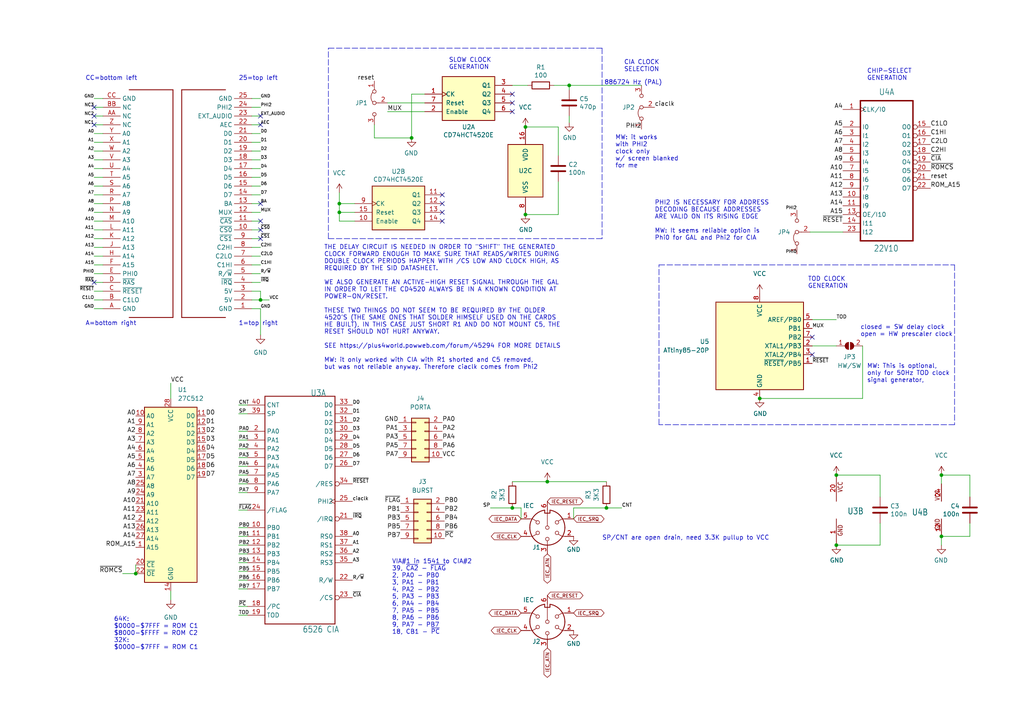
<source format=kicad_sch>
(kicad_sch (version 20211123) (generator eeschema)
  (paper "A4")
  (title_block (title "BurstCart+4") (date "2025-05-07") (rev "1.1") (company "YTM Enterprises") (comment 1 "Maciej Witkowiak <ytm@elysium.pl>"))
  (lib_symbols
    (symbol "4xxx:4520" (pin_names (offset 1.016))
      (property "Reference" "U" (at -7.62 8.89 0))
      (property "Value" "4520" (at -7.62 -8.89 0))
      (symbol "4520_1_0"
        (pin input clock (at -12.7 0 0) (length 5.08) (name "CK") (number "1"))
        (pin input line (at -12.7 -5.08 0) (length 5.08) (name "Enable") (number "2"))
        (pin output line (at 12.7 2.54 180) (length 5.08) (name "Q1") (number "3"))
        (pin output line (at 12.7 0 180) (length 5.08) (name "Q2") (number "4"))
        (pin output line (at 12.7 -2.54 180) (length 5.08) (name "Q3") (number "5"))
        (pin output line (at 12.7 -5.08 180) (length 5.08) (name "Q4") (number "6"))
        (pin input line (at -12.7 -2.54 0) (length 5.08) (name "Reset") (number "7"))
      )
      (symbol "4520_2_0"
        (pin input line (at -12.7 -5.08 0) (length 5.08) (name "Enable") (number "10"))
        (pin output line (at 12.7 2.54 180) (length 5.08) (name "Q1") (number "11"))
        (pin output line (at 12.7 0 180) (length 5.08) (name "Q2") (number "12"))
        (pin output line (at 12.7 -2.54 180) (length 5.08) (name "Q3") (number "13"))
        (pin output line (at 12.7 -5.08 180) (length 5.08) (name "Q4") (number "14"))
        (pin input line (at -12.7 -2.54 0) (length 5.08) (name "Reset") (number "15"))
        (pin input clock (at -12.7 0 0) (length 5.08) (name "CK") (number "9"))
      )
      (symbol "4520_3_0"
        (pin power_in line (at 0 12.7 270) (length 5.08) (name "VDD") (number "16"))
        (pin power_in line (at 0 -12.7 90) (length 5.08) (name "VSS") (number "8"))
      )
    )
    (symbol "Connector:DIN-6" (pin_names (offset 1.016))
      (property "Reference" "J" (at 3.175 5.715 0))
      (property "Value" "DIN-6" (at 4.445 -4.445 0))
      (symbol "DIN-6_1_1"
        (pin passive line (at -7.62 -2.54 0) (length 2.54) (name "~") (number "1"))
        (pin passive line (at -7.62 2.54 0) (length 2.54) (name "~") (number "2"))
        (pin passive line (at 0 7.62 270) (length 2.54) (name "~") (number "3"))
        (pin passive line (at 7.62 2.54 180) (length 2.54) (name "~") (number "4"))
        (pin passive line (at 7.62 -2.54 180) (length 2.54) (name "~") (number "5"))
        (pin passive line (at 0 -7.62 90) (length 2.54) (name "~") (number "6"))
      )
    )
    (symbol "Connector_Generic:Conn_02x05_Odd_Even" (pin_names (offset 1.016) hide)
      (property "Reference" "J" (at 1.27 7.62 0))
      (property "Value" "Conn_02x05_Odd_Even" (at 1.27 -7.62 0))
      (symbol "Conn_02x05_Odd_Even_1_1"
        (pin passive line (at -5.08 5.08 0) (length 3.81) (name "Pin_1") (number "1"))
        (pin passive line (at 7.62 -5.08 180) (length 3.81) (name "Pin_10") (number "10"))
        (pin passive line (at 7.62 5.08 180) (length 3.81) (name "Pin_2") (number "2"))
        (pin passive line (at -5.08 2.54 0) (length 3.81) (name "Pin_3") (number "3"))
        (pin passive line (at 7.62 2.54 180) (length 3.81) (name "Pin_4") (number "4"))
        (pin passive line (at -5.08 0 0) (length 3.81) (name "Pin_5") (number "5"))
        (pin passive line (at 7.62 0 180) (length 3.81) (name "Pin_6") (number "6"))
        (pin passive line (at -5.08 -2.54 0) (length 3.81) (name "Pin_7") (number "7"))
        (pin passive line (at 7.62 -2.54 180) (length 3.81) (name "Pin_8") (number "8"))
        (pin passive line (at -5.08 -5.08 0) (length 3.81) (name "Pin_9") (number "9"))
      )
    )
    (symbol "Device:C" (pin_numbers hide) (pin_names (offset 0.254))
      (property "Reference" "C" (at 0.635 2.54 0))
      (property "Value" "C" (at 0.635 -2.54 0))
      (symbol "C_1_1"
        (pin passive line (at 0 3.81 270) (length 2.794) (name "~") (number "1"))
        (pin passive line (at 0 -3.81 90) (length 2.794) (name "~") (number "2"))
      )
    )
    (symbol "Device:R" (pin_numbers hide) (pin_names (offset 0))
      (property "Reference" "R" (at 2.032 0 90))
      (property "Value" "R" (at 0 0 90))
      (symbol "R_1_1"
        (pin passive line (at 0 3.81 270) (length 1.27) (name "~") (number "1"))
        (pin passive line (at 0 -3.81 90) (length 1.27) (name "~") (number "2"))
      )
    )
    (symbol "Jumper:Jumper_3_Bridged12" (pin_names (offset 0) hide)
      (property "Reference" "JP" (at -2.54 -2.54 0))
      (property "Value" "Jumper_3_Bridged12" (at 0 2.794 0))
      (symbol "Jumper_3_Bridged12_1_1"
        (pin passive line (at -6.35 0 0) (length 2.54) (name "A") (number "1"))
        (pin passive line (at 0 -3.81 90) (length 2.54) (name "C") (number "2"))
        (pin passive line (at 6.35 0 180) (length 2.54) (name "B") (number "3"))
      )
    )
    (symbol "Jumper:SolderJumper_2_Open" (pin_names (offset 0) hide)
      (property "Reference" "JP" (at 0 2.032 0))
      (property "Value" "SolderJumper_2_Open" (at 0 -2.54 0))
      (symbol "SolderJumper_2_Open_1_1"
        (pin passive line (at -3.81 0 0) (length 2.54) (name "A") (number "1"))
        (pin passive line (at 3.81 0 180) (length 2.54) (name "B") (number "2"))
      )
    )
    (symbol "MCU_Microchip_ATtiny:ATtiny85-20P"
      (property "Reference" "U" (at -12.7 13.97 0))
      (property "Value" "ATtiny85-20P" (at 2.54 -13.97 0))
      (symbol "ATtiny85-20P_1_1"
        (pin bidirectional line (at 15.24 -5.08 180) (length 2.54) (name "~{RESET}/PB5") (number "1"))
        (pin bidirectional line (at 15.24 0 180) (length 2.54) (name "XTAL1/PB3") (number "2"))
        (pin bidirectional line (at 15.24 -2.54 180) (length 2.54) (name "XTAL2/PB4") (number "3"))
        (pin power_in line (at 0 -15.24 90) (length 2.54) (name "GND") (number "4"))
        (pin bidirectional line (at 15.24 7.62 180) (length 2.54) (name "AREF/PB0") (number "5"))
        (pin bidirectional line (at 15.24 5.08 180) (length 2.54) (name "PB1") (number "6"))
        (pin bidirectional line (at 15.24 2.54 180) (length 2.54) (name "PB2") (number "7"))
        (pin power_in line (at 0 15.24 270) (length 2.54) (name "VCC") (number "8"))
      )
    )
    (symbol "Memory_EPROM:27C512"
      (property "Reference" "U" (at -7.62 26.67 0))
      (property "Value" "27C512" (at 2.54 -26.67 0))
      (symbol "27C512_1_1"
        (pin input line (at -10.16 -15.24 0) (length 2.54) (name "A15") (number "1"))
        (pin input line (at -10.16 22.86 0) (length 2.54) (name "A0") (number "10"))
        (pin tri_state line (at 10.16 22.86 180) (length 2.54) (name "D0") (number "11"))
        (pin tri_state line (at 10.16 20.32 180) (length 2.54) (name "D1") (number "12"))
        (pin tri_state line (at 10.16 17.78 180) (length 2.54) (name "D2") (number "13"))
        (pin power_in line (at 0 -27.94 90) (length 2.54) (name "GND") (number "14"))
        (pin tri_state line (at 10.16 15.24 180) (length 2.54) (name "D3") (number "15"))
        (pin tri_state line (at 10.16 12.7 180) (length 2.54) (name "D4") (number "16"))
        (pin tri_state line (at 10.16 10.16 180) (length 2.54) (name "D5") (number "17"))
        (pin tri_state line (at 10.16 7.62 180) (length 2.54) (name "D6") (number "18"))
        (pin tri_state line (at 10.16 5.08 180) (length 2.54) (name "D7") (number "19"))
        (pin input line (at -10.16 -7.62 0) (length 2.54) (name "A12") (number "2"))
        (pin input line (at -10.16 -20.32 0) (length 2.54) (name "~{CE}") (number "20"))
        (pin input line (at -10.16 -2.54 0) (length 2.54) (name "A10") (number "21"))
        (pin input line (at -10.16 -22.86 0) (length 2.54) (name "~{OE}") (number "22"))
        (pin input line (at -10.16 -5.08 0) (length 2.54) (name "A11") (number "23"))
        (pin input line (at -10.16 0 0) (length 2.54) (name "A9") (number "24"))
        (pin input line (at -10.16 2.54 0) (length 2.54) (name "A8") (number "25"))
        (pin input line (at -10.16 -10.16 0) (length 2.54) (name "A13") (number "26"))
        (pin input line (at -10.16 -12.7 0) (length 2.54) (name "A14") (number "27"))
        (pin power_in line (at 0 27.94 270) (length 2.54) (name "VCC") (number "28"))
        (pin input line (at -10.16 5.08 0) (length 2.54) (name "A7") (number "3"))
        (pin input line (at -10.16 7.62 0) (length 2.54) (name "A6") (number "4"))
        (pin input line (at -10.16 10.16 0) (length 2.54) (name "A5") (number "5"))
        (pin input line (at -10.16 12.7 0) (length 2.54) (name "A4") (number "6"))
        (pin input line (at -10.16 15.24 0) (length 2.54) (name "A3") (number "7"))
        (pin input line (at -10.16 17.78 0) (length 2.54) (name "A2") (number "8"))
        (pin input line (at -10.16 20.32 0) (length 2.54) (name "A1") (number "9"))
      )
    )
    (symbol "burstcart:20V8"
      (property "Reference" "IC" (at -0.635 -0.635 0))
      (symbol "20V8_1_0"
        (pin input clock (at -12.7 17.78 0) (length 5.08) (name "CLK/I0") (number "1"))
        (pin input line (at -12.7 -7.62 0) (length 5.08) (name "I8") (number "10"))
        (pin input line (at -12.7 -10.16 0) (length 5.08) (name "I9") (number "11"))
        (pin input inverted (at -12.7 -12.7 0) (length 5.08) (name "OE/I10") (number "13"))
        (pin input line (at -12.7 -15.24 0) (length 5.08) (name "I11") (number "14"))
        (pin bidirectional inverted (at 12.7 12.7 180) (length 5.08) (name "O0") (number "15"))
        (pin bidirectional inverted (at 12.7 10.16 180) (length 5.08) (name "O1") (number "16"))
        (pin bidirectional inverted (at 12.7 7.62 180) (length 5.08) (name "O2") (number "17"))
        (pin bidirectional inverted (at 12.7 5.08 180) (length 5.08) (name "O3") (number "18"))
        (pin bidirectional inverted (at 12.7 2.54 180) (length 5.08) (name "O4") (number "19"))
        (pin input line (at -12.7 12.7 0) (length 5.08) (name "I0") (number "2"))
        (pin bidirectional inverted (at 12.7 0 180) (length 5.08) (name "O5") (number "20"))
        (pin bidirectional inverted (at 12.7 -2.54 180) (length 5.08) (name "O6") (number "21"))
        (pin bidirectional inverted (at 12.7 -5.08 180) (length 5.08) (name "O7") (number "22"))
        (pin input line (at -12.7 -17.78 0) (length 5.08) (name "I12") (number "23"))
        (pin input line (at -12.7 10.16 0) (length 5.08) (name "I1") (number "3"))
        (pin input line (at -12.7 7.62 0) (length 5.08) (name "I2") (number "4"))
        (pin input line (at -12.7 5.08 0) (length 5.08) (name "I3") (number "5"))
        (pin input line (at -12.7 2.54 0) (length 5.08) (name "I4") (number "6"))
        (pin input line (at -12.7 0 0) (length 5.08) (name "I5") (number "7"))
        (pin input line (at -12.7 -2.54 0) (length 5.08) (name "I6") (number "8"))
        (pin input line (at -12.7 -5.08 0) (length 5.08) (name "I7") (number "9"))
      )
      (symbol "20V8_2_0"
        (text "GND" (at 1.905 -5.842 900) (effects (font (size 1.27 1.0795)) (justify left bottom)))
        (text "VCC" (at 1.905 2.667 900) (effects (font (size 1.27 1.0795)) (justify left bottom)))
        (pin power_in line (at 0 -7.62 90) (length 5.08) (name "GND") (number "12"))
        (pin power_in line (at 0 7.62 270) (length 5.08) (name "VCC") (number "24"))
      )
    )
    (symbol "burstcart:6526"
      (property "Reference" "IC" (at -0.635 -0.635 0))
      (symbol "6526_1_0"
        (pin bidirectional line (at 15.24 -5.08 180) (length 5.08) (name "PB0") (number "10"))
        (pin bidirectional line (at 15.24 -7.62 180) (length 5.08) (name "PB1") (number "11"))
        (pin bidirectional line (at 15.24 -10.16 180) (length 5.08) (name "PB2") (number "12"))
        (pin bidirectional line (at 15.24 -12.7 180) (length 5.08) (name "PB3") (number "13"))
        (pin bidirectional line (at 15.24 -15.24 180) (length 5.08) (name "PB4") (number "14"))
        (pin bidirectional line (at 15.24 -17.78 180) (length 5.08) (name "PB5") (number "15"))
        (pin bidirectional line (at 15.24 -20.32 180) (length 5.08) (name "PB6") (number "16"))
        (pin bidirectional line (at 15.24 -22.86 180) (length 5.08) (name "PB7") (number "17"))
        (pin bidirectional line (at 15.24 -27.94 180) (length 5.08) (name "/PC") (number "18"))
        (pin bidirectional line (at 15.24 -30.48 180) (length 5.08) (name "TOD") (number "19"))
        (pin bidirectional line (at 15.24 22.86 180) (length 5.08) (name "PA0") (number "2"))
        (pin open_collector inverted (at -15.24 -2.54 0) (length 5.08) (name "/IRQ") (number "21"))
        (pin input line (at -15.24 -20.32 0) (length 5.08) (name "R/W") (number "22"))
        (pin input inverted (at -15.24 -25.4 0) (length 5.08) (name "/CS") (number "23"))
        (pin input line (at 15.24 0 180) (length 5.08) (name "/FLAG") (number "24"))
        (pin input clock (at -15.24 2.54 0) (length 5.08) (name "PHI2") (number "25"))
        (pin bidirectional line (at -15.24 12.7 0) (length 5.08) (name "D7") (number "26"))
        (pin bidirectional line (at -15.24 15.24 0) (length 5.08) (name "D6") (number "27"))
        (pin bidirectional line (at -15.24 17.78 0) (length 5.08) (name "D5") (number "28"))
        (pin bidirectional line (at -15.24 20.32 0) (length 5.08) (name "D4") (number "29"))
        (pin bidirectional line (at 15.24 20.32 180) (length 5.08) (name "PA1") (number "3"))
        (pin bidirectional line (at -15.24 22.86 0) (length 5.08) (name "D3") (number "30"))
        (pin bidirectional line (at -15.24 25.4 0) (length 5.08) (name "D2") (number "31"))
        (pin bidirectional line (at -15.24 27.94 0) (length 5.08) (name "D1") (number "32"))
        (pin bidirectional line (at -15.24 30.48 0) (length 5.08) (name "D0") (number "33"))
        (pin input inverted (at -15.24 7.62 0) (length 5.08) (name "/RES") (number "34"))
        (pin input line (at -15.24 -15.24 0) (length 5.08) (name "RS3") (number "35"))
        (pin input line (at -15.24 -12.7 0) (length 5.08) (name "RS2") (number "36"))
        (pin input line (at -15.24 -10.16 0) (length 5.08) (name "RS1") (number "37"))
        (pin input line (at -15.24 -7.62 0) (length 5.08) (name "RS0") (number "38"))
        (pin bidirectional line (at 15.24 27.94 180) (length 5.08) (name "SP") (number "39"))
        (pin bidirectional line (at 15.24 17.78 180) (length 5.08) (name "PA2") (number "4"))
        (pin input line (at 15.24 30.48 180) (length 5.08) (name "CNT") (number "40"))
        (pin bidirectional line (at 15.24 15.24 180) (length 5.08) (name "PA3") (number "5"))
        (pin bidirectional line (at 15.24 12.7 180) (length 5.08) (name "PA4") (number "6"))
        (pin bidirectional line (at 15.24 10.16 180) (length 5.08) (name "PA5") (number "7"))
        (pin bidirectional line (at 15.24 7.62 180) (length 5.08) (name "PA6") (number "8"))
        (pin bidirectional line (at 15.24 5.08 180) (length 5.08) (name "PA7") (number "9"))
      )
      (symbol "6526_2_0"
        (text "GND" (at 1.905 -7.62 900) (effects (font (size 1.27 1.0795)) (justify left bottom)))
        (text "VCC" (at 1.905 5.08 900) (effects (font (size 1.27 1.0795)) (justify left bottom)))
        (pin power_in line (at 0 -10.16 90) (length 7.62) (name "GND") (number "1"))
        (pin power_in line (at 0 10.16 270) (length 7.62) (name "VCC") (number "20"))
      )
    )
    (symbol "burstcart:C16_CARTRIDGE"
      (symbol "C16_CARTRIDGE_1_0"
        (pin power_out line (at -7.62 -33.02 180) (length 5.08) (name "GND") (number "1"))
        (pin output line (at -7.62 -10.16 180) (length 5.08) (name "~{CS0}") (number "10"))
        (pin output line (at -7.62 -7.62 180) (length 5.08) (name "~{CAS}") (number "11"))
        (pin bidirectional line (at -7.62 -5.08 180) (length 5.08) (name "MUX") (number "12"))
        (pin bidirectional line (at -7.62 -2.54 180) (length 5.08) (name "BA") (number "13"))
        (pin bidirectional line (at -7.62 0 180) (length 5.08) (name "D7") (number "14"))
        (pin bidirectional line (at -7.62 2.54 180) (length 5.08) (name "D6") (number "15"))
        (pin bidirectional line (at -7.62 5.08 180) (length 5.08) (name "D5") (number "16"))
        (pin bidirectional line (at -7.62 7.62 180) (length 5.08) (name "D4") (number "17"))
        (pin bidirectional line (at -7.62 10.16 180) (length 5.08) (name "D3") (number "18"))
        (pin bidirectional line (at -7.62 12.7 180) (length 5.08) (name "D2") (number "19"))
        (pin power_out line (at -7.62 -30.48 180) (length 5.08) (name "5V") (number "2"))
        (pin bidirectional line (at -7.62 15.24 180) (length 5.08) (name "D1") (number "20"))
        (pin bidirectional line (at -7.62 17.78 180) (length 5.08) (name "D0") (number "21"))
        (pin bidirectional line (at -7.62 20.32 180) (length 5.08) (name "AEC") (number "22"))
        (pin input line (at -7.62 22.86 180) (length 5.08) (name "EXT_AUDIO") (number "23"))
        (pin output line (at -7.62 25.4 180) (length 5.08) (name "PHI2") (number "24"))
        (pin power_out line (at -7.62 27.94 180) (length 5.08) (name "GND") (number "25"))
        (pin power_out line (at -7.62 -27.94 180) (length 5.08) (name "5V") (number "3"))
        (pin input line (at -7.62 -25.4 180) (length 5.08) (name "~{IRQ}") (number "4"))
        (pin output line (at -7.62 -22.86 180) (length 5.08) (name "R/~{W}") (number "5"))
        (pin bidirectional line (at -7.62 -20.32 180) (length 5.08) (name "C1HI") (number "6"))
        (pin bidirectional line (at -7.62 -17.78 180) (length 5.08) (name "C2LO") (number "7"))
        (pin bidirectional line (at -7.62 -15.24 180) (length 5.08) (name "C2HI") (number "8"))
        (pin output line (at -7.62 -12.7 180) (length 5.08) (name "~{CS1}") (number "9"))
        (pin power_out line (at -50.8 -33.02 0) (length 5.08) (name "GND") (number "A"))
        (pin passive line (at -50.8 22.86 0) (length 5.08) (name "NC") (number "AA"))
        (pin bidirectional line (at -50.8 -30.48 0) (length 5.08) (name "C1LO") (number "B"))
        (pin passive line (at -50.8 25.4 0) (length 5.08) (name "NC") (number "BB"))
        (pin bidirectional line (at -50.8 -27.94 0) (length 5.08) (name "~{RESET}") (number "C"))
        (pin power_out line (at -50.8 27.94 0) (length 5.08) (name "GND") (number "CC"))
        (pin output line (at -50.8 -25.4 0) (length 5.08) (name "~{RAS}") (number "D"))
        (pin output line (at -50.8 -22.86 0) (length 5.08) (name "PHI0") (number "E"))
        (pin output line (at -50.8 -20.32 0) (length 5.08) (name "A15") (number "F"))
        (pin output line (at -50.8 -17.78 0) (length 5.08) (name "A14") (number "H"))
        (pin output line (at -50.8 -15.24 0) (length 5.08) (name "A13") (number "J"))
        (pin output line (at -50.8 -12.7 0) (length 5.08) (name "A12") (number "K"))
        (pin output line (at -50.8 -10.16 0) (length 5.08) (name "A11") (number "L"))
        (pin output line (at -50.8 -7.62 0) (length 5.08) (name "A10") (number "M"))
        (pin output line (at -50.8 -5.08 0) (length 5.08) (name "A9") (number "N"))
        (pin output line (at -50.8 -2.54 0) (length 5.08) (name "A8") (number "P"))
        (pin output line (at -50.8 0 0) (length 5.08) (name "A7") (number "R"))
        (pin output line (at -50.8 2.54 0) (length 5.08) (name "A6") (number "S"))
        (pin output line (at -50.8 5.08 0) (length 5.08) (name "A5") (number "T"))
        (pin output line (at -50.8 7.62 0) (length 5.08) (name "A4") (number "U"))
        (pin output line (at -50.8 10.16 0) (length 5.08) (name "A3") (number "V"))
        (pin output line (at -50.8 12.7 0) (length 5.08) (name "A2") (number "W"))
        (pin output line (at -50.8 15.24 0) (length 5.08) (name "A1") (number "X"))
        (pin output line (at -50.8 17.78 0) (length 5.08) (name "A0") (number "Y"))
        (pin passive line (at -50.8 20.32 0) (length 5.08) (name "NC") (number "Z"))
      )
    )
    (symbol "power:GND" (power) (pin_names (offset 0))
      (property "Value" "GND" (at 0 -3.81 0))
      (symbol "GND_1_1"
        (pin power_in line (at 0 0 270) (length 0) hide (name "GND") (number "1"))
      )
    )
    (symbol "power:VCC" (power) (pin_names (offset 0))
      (property "Value" "VCC" (at 0 3.81 0))
      (symbol "VCC_1_1"
        (pin power_in line (at 0 0 90) (length 0) hide (name "VCC") (number "1"))
      )
    )
  )
  (junction (at 273.05 155.575))
  (junction (at 152.4 36.83))
  (junction (at 98.425 61.595))
  (junction (at 39.37 166.37))
  (junction (at 175.895 147.32))
  (junction (at 242.57 137.795))
  (junction (at 119.38 40.005))
  (junction (at 148.59 147.32))
  (junction (at 75.565 86.995))
  (junction (at 273.05 137.795))
  (junction (at 98.425 59.055))
  (junction (at 158.75 139.7))
  (junction (at 220.345 115.57))
  (junction (at 242.57 158.115))
  (junction (at 165.1 24.765))
  (junction (at 152.4 62.23))
  (no_connect (at 148.59 32.385))
  (no_connect (at 128.27 59.055))
  (no_connect (at 148.59 27.305))
  (no_connect (at 27.305 33.655))
  (no_connect (at 235.585 97.79))
  (no_connect (at 75.565 64.135))
  (no_connect (at 128.27 56.515))
  (no_connect (at 75.565 36.195))
  (no_connect (at 75.565 66.675))
  (no_connect (at 27.305 31.115))
  (no_connect (at 128.27 64.135))
  (no_connect (at 148.59 29.845))
  (no_connect (at 27.305 81.915))
  (no_connect (at 75.565 33.655))
  (no_connect (at 235.585 102.87))
  (no_connect (at 75.565 59.055))
  (no_connect (at 27.305 36.195))
  (no_connect (at 128.27 61.595))
  (no_connect (at 75.565 69.215))
  (wire (pts (xy 73.025 66.675) (xy 75.565 66.675)))
  (wire (pts (xy 29.845 69.215) (xy 27.305 69.215)))
  (wire (pts (xy 29.845 51.435) (xy 27.305 51.435)))
  (wire (pts (xy 73.025 74.295) (xy 75.565 74.295)))
  (wire (pts (xy 71.755 160.655) (xy 69.215 160.655)))
  (wire (pts (xy 29.845 71.755) (xy 27.305 71.755)))
  (polyline (pts (xy 276.86 123.19) (xy 191.135 123.19)))
  (wire (pts (xy 73.025 53.975) (xy 75.565 53.975)))
  (wire (pts (xy 71.755 165.735) (xy 69.215 165.735)))
  (wire (pts (xy 71.755 158.115) (xy 69.215 158.115)))
  (wire (pts (xy 71.755 147.955) (xy 69.215 147.955)))
  (wire (pts (xy 29.845 59.055) (xy 27.305 59.055)))
  (wire (pts (xy 29.845 74.295) (xy 27.305 74.295)))
  (wire (pts (xy 166.37 147.32) (xy 166.37 150.495)))
  (wire (pts (xy 255.27 137.795) (xy 242.57 137.795)))
  (wire (pts (xy 165.1 26.035) (xy 165.1 24.765)))
  (wire (pts (xy 250.19 115.57) (xy 220.345 115.57)))
  (wire (pts (xy 29.845 38.735) (xy 27.305 38.735)))
  (wire (pts (xy 71.755 142.875) (xy 69.215 142.875)))
  (wire (pts (xy 73.025 31.115) (xy 75.565 31.115)))
  (wire (pts (xy 281.305 144.145) (xy 281.305 137.795)))
  (wire (pts (xy 29.845 89.535) (xy 27.305 89.535)))
  (wire (pts (xy 29.845 46.355) (xy 27.305 46.355)))
  (wire (pts (xy 165.1 33.655) (xy 165.1 35.56)))
  (wire (pts (xy 73.025 76.835) (xy 75.565 76.835)))
  (wire (pts (xy 235.585 92.71) (xy 242.57 92.71)))
  (wire (pts (xy 73.025 43.815) (xy 75.565 43.815)))
  (wire (pts (xy 255.27 158.115) (xy 242.57 158.115)))
  (wire (pts (xy 71.755 117.475) (xy 69.215 117.475)))
  (wire (pts (xy 281.305 155.575) (xy 273.05 155.575)))
  (wire (pts (xy 29.845 53.975) (xy 27.305 53.975)))
  (wire (pts (xy 27.305 33.655) (xy 29.845 33.655)))
  (wire (pts (xy 234.95 67.31) (xy 244.475 67.31)))
  (wire (pts (xy 152.4 62.23) (xy 161.925 62.23)))
  (wire (pts (xy 27.305 31.115) (xy 29.845 31.115)))
  (wire (pts (xy 29.845 84.455) (xy 27.305 84.455)))
  (wire (pts (xy 29.845 48.895) (xy 27.305 48.895)))
  (polyline (pts (xy 276.86 76.835) (xy 276.86 123.19)))
  (wire (pts (xy 71.755 170.815) (xy 69.215 170.815)))
  (wire (pts (xy 73.025 48.895) (xy 75.565 48.895)))
  (wire (pts (xy 49.53 171.45) (xy 49.53 173.99)))
  (wire (pts (xy 165.1 24.765) (xy 160.655 24.765)))
  (wire (pts (xy 166.37 147.32) (xy 175.895 147.32)))
  (wire (pts (xy 281.305 137.795) (xy 273.05 137.795)))
  (wire (pts (xy 73.025 56.515) (xy 75.565 56.515)))
  (wire (pts (xy 148.59 24.765) (xy 153.035 24.765)))
  (wire (pts (xy 29.845 28.575) (xy 27.305 28.575)))
  (wire (pts (xy 161.925 45.085) (xy 161.925 36.83)))
  (wire (pts (xy 235.585 100.33) (xy 242.57 100.33)))
  (wire (pts (xy 73.025 84.455) (xy 75.565 84.455)))
  (wire (pts (xy 71.755 155.575) (xy 69.215 155.575)))
  (wire (pts (xy 27.305 81.915) (xy 29.845 81.915)))
  (wire (pts (xy 148.59 139.7) (xy 158.75 139.7)))
  (wire (pts (xy 71.755 168.275) (xy 69.215 168.275)))
  (wire (pts (xy 71.755 125.095) (xy 69.215 125.095)))
  (wire (pts (xy 255.27 151.765) (xy 255.27 158.115)))
  (wire (pts (xy 165.1 24.765) (xy 186.055 24.765)))
  (wire (pts (xy 75.565 86.995) (xy 78.105 86.995)))
  (wire (pts (xy 102.87 64.135) (xy 98.425 64.135)))
  (polyline (pts (xy 191.135 123.19) (xy 191.135 76.835)))
  (wire (pts (xy 152.4 36.83) (xy 161.925 36.83)))
  (wire (pts (xy 29.845 61.595) (xy 27.305 61.595)))
  (wire (pts (xy 73.025 59.055) (xy 75.565 59.055)))
  (wire (pts (xy 73.025 79.375) (xy 75.565 79.375)))
  (wire (pts (xy 250.19 100.33) (xy 250.19 115.57)))
  (wire (pts (xy 98.425 61.595) (xy 98.425 64.135)))
  (wire (pts (xy 73.025 81.915) (xy 75.565 81.915)))
  (wire (pts (xy 39.37 163.83) (xy 39.37 166.37)))
  (polyline (pts (xy 95.25 69.215) (xy 95.25 13.97)))
  (wire (pts (xy 29.845 64.135) (xy 27.305 64.135)))
  (wire (pts (xy 142.24 147.32) (xy 148.59 147.32)))
  (wire (pts (xy 73.025 51.435) (xy 75.565 51.435)))
  (wire (pts (xy 71.755 132.715) (xy 69.215 132.715)))
  (wire (pts (xy 71.755 137.795) (xy 69.215 137.795)))
  (wire (pts (xy 102.87 59.055) (xy 98.425 59.055)))
  (wire (pts (xy 108.585 36.195) (xy 108.585 40.005)))
  (wire (pts (xy 71.755 130.175) (xy 69.215 130.175)))
  (wire (pts (xy 73.025 89.535) (xy 75.565 89.535)))
  (polyline (pts (xy 191.135 76.835) (xy 276.86 76.835)))
  (wire (pts (xy 123.19 32.385) (xy 112.395 32.385)))
  (wire (pts (xy 158.75 139.7) (xy 175.895 139.7)))
  (wire (pts (xy 71.755 140.335) (xy 69.215 140.335)))
  (wire (pts (xy 98.425 55.88) (xy 98.425 59.055)))
  (wire (pts (xy 27.305 36.195) (xy 29.845 36.195)))
  (wire (pts (xy 35.56 166.37) (xy 39.37 166.37)))
  (wire (pts (xy 71.755 163.195) (xy 69.215 163.195)))
  (wire (pts (xy 73.025 36.195) (xy 75.565 36.195)))
  (wire (pts (xy 29.845 41.275) (xy 27.305 41.275)))
  (polyline (pts (xy 174.625 13.97) (xy 174.625 69.215)))
  (wire (pts (xy 49.53 111.125) (xy 49.53 115.57)))
  (wire (pts (xy 151.13 147.32) (xy 151.13 150.495)))
  (wire (pts (xy 98.425 59.055) (xy 98.425 61.595)))
  (wire (pts (xy 69.215 178.435) (xy 71.755 178.435)))
  (wire (pts (xy 29.845 56.515) (xy 27.305 56.515)))
  (wire (pts (xy 73.025 69.215) (xy 75.565 69.215)))
  (wire (pts (xy 73.025 41.275) (xy 75.565 41.275)))
  (wire (pts (xy 73.025 38.735) (xy 75.565 38.735)))
  (wire (pts (xy 73.025 33.655) (xy 75.565 33.655)))
  (wire (pts (xy 112.395 29.845) (xy 123.19 29.845)))
  (wire (pts (xy 29.845 43.815) (xy 27.305 43.815)))
  (wire (pts (xy 73.025 71.755) (xy 75.565 71.755)))
  (wire (pts (xy 161.925 62.23) (xy 161.925 52.705)))
  (wire (pts (xy 73.025 61.595) (xy 75.565 61.595)))
  (wire (pts (xy 273.05 158.115) (xy 273.05 155.575)))
  (wire (pts (xy 73.025 86.995) (xy 75.565 86.995)))
  (wire (pts (xy 273.05 137.795) (xy 273.05 140.335)))
  (wire (pts (xy 27.305 86.995) (xy 29.845 86.995)))
  (wire (pts (xy 71.755 153.035) (xy 69.215 153.035)))
  (wire (pts (xy 27.305 79.375) (xy 29.845 79.375)))
  (wire (pts (xy 75.565 89.535) (xy 75.565 97.155)))
  (wire (pts (xy 75.565 84.455) (xy 75.565 86.995)))
  (wire (pts (xy 98.425 61.595) (xy 102.87 61.595)))
  (wire (pts (xy 73.025 46.355) (xy 75.565 46.355)))
  (wire (pts (xy 71.755 120.015) (xy 69.215 120.015)))
  (wire (pts (xy 29.845 66.675) (xy 27.305 66.675)))
  (wire (pts (xy 29.845 76.835) (xy 27.305 76.835)))
  (wire (pts (xy 71.755 135.255) (xy 69.215 135.255)))
  (wire (pts (xy 119.38 27.305) (xy 119.38 40.005)))
  (wire (pts (xy 73.025 64.135) (xy 75.565 64.135)))
  (polyline (pts (xy 174.625 69.215) (xy 95.25 69.215)))
  (wire (pts (xy 71.755 175.895) (xy 69.215 175.895)))
  (wire (pts (xy 73.025 28.575) (xy 75.565 28.575)))
  (wire (pts (xy 108.585 40.005) (xy 119.38 40.005)))
  (wire (pts (xy 123.19 27.305) (xy 119.38 27.305)))
  (wire (pts (xy 255.27 144.145) (xy 255.27 137.795)))
  (wire (pts (xy 281.305 151.765) (xy 281.305 155.575)))
  (polyline (pts (xy 95.25 13.97) (xy 174.625 13.97)))
  (wire (pts (xy 71.755 127.635) (xy 69.215 127.635)))
  (wire (pts (xy 148.59 147.32) (xy 151.13 147.32)))
  (wire (pts (xy 175.895 147.32) (xy 180.34 147.32)))
  (text "THE DELAY CIRCUIT IS NEEDED IN ORDER TO \"SHIFT\" THE GENERATED\nCLOCK FORWARD ENOUGH TO MAKE SURE THAT READS/WRITES DURING\nDOUBLE CLOCK PERIODS HAPPEN WITH /CS LOW AND CLOCK HIGH, AS\nREQUIRED BY THE SID DATASHEET.\n\nWE ALSO GENERATE AN ACTIVE-HIGH RESET SIGNAL THROUGH THE GAL\nIN ORDER TO LET THE CD4520 ALWAYS BE IN A KNOWN CONDITION AT\nPOWER-ON/RESET.\n\nTHESE TWO THINGS DO NOT SEEM TO BE REQUIRED BY THE OLDER\n4520'S (THE SAME ONES THAT SOLDER HIMSELF USED ON THE CARDS\nHE BUILT), IN THIS CASE JUST SHORT R1 AND DO NOT MOUNT C5, THE\nRESET SHOULD NOT HURT ANYWAY.\n\nSEE https://plus4world.powweb.com/forum/45294 FOR MORE DETAILS\n\nMW: it only worked with CIA with R1 shorted and C5 removed,\nbut was not reliable anyway. Therefore ciaclk comes from Phi2\n" (at 93.98 107.315 0) (effects (font (size 1.27 1.27)) (justify left bottom)))
  (text "25=top left" (at 69.215 23.495 0) (effects (font (size 1.27 1.27)) (justify left bottom)))
  (text "MW: it works\nwith PHI2\nclock only\nw/ screen blanked\nfor me" (at 178.435 48.895 0) (effects (font (size 1.27 1.27)) (justify left bottom)))
  (text "CIA CLOCK\nSELECTION" (at 180.975 20.955 0) (effects (font (size 1.27 1.27)) (justify left bottom)))
  (text "A=bottom right" (at 24.765 94.615 0) (effects (font (size 1.27 1.27)) (justify left bottom)))
  (text "SP/CNT are open drain, need 3.3K pullup to VCC" (at 174.625 156.845 0) (effects (font (size 1.27 1.27)) (justify left bottom)))
  (text "VIA#1 in 1541 to CIA#2\n39, ~{CA2} - ~{FLAG}\n2, PA0 - PB0\n3, PA1 - PB1\n4, PA2 - PB2\n5, PA3 - PB3\n6, PA4 - PB4\n7, PA5 - PB5\n8, PA6 - PB6\n9, PA7 - PB7\n18, CB1 - ~{PC}\n" (at 113.665 184.15 0) (effects (font (size 1.27 1.27)) (justify left bottom)))
  (text "CHIP-SELECT\nGENERATION" (at 251.46 23.495 0) (effects (font (size 1.27 1.27)) (justify left bottom)))
  (text "CC=bottom left" (at 24.765 23.495 0) (effects (font (size 1.27 1.27)) (justify left bottom)))
  (text "MW: This is optional,\nonly for 50Hz TOD clock\nsignal generator," (at 251.46 111.125 0) (effects (font (size 1.27 1.27)) (justify left bottom)))
  (text "1=top right" (at 69.215 94.615 0) (effects (font (size 1.27 1.27)) (justify left bottom)))
  (text "886724 Hz (PAL)" (at 175.26 24.765 0) (effects (font (size 1.27 1.27)) (justify left bottom)))
  (text "closed = SW delay clock\nopen = HW prescaler clock" (at 249.555 97.79 0) (effects (font (size 1.27 1.27)) (justify left bottom)))
  (text "SLOW CLOCK\nGENERATION" (at 130.175 20.32 0) (effects (font (size 1.27 1.27)) (justify left bottom)))
  (text "PHI2 IS NECESSARY FOR ADDRESS\nDECODING BECAUSE ADDRESSES\nARE VALID ON ITS RISING EDGE\n\nMW: It seems reliable option is\nPhi0 for GAL and Phi2 for CIA" (at 189.865 69.85 0) (effects (font (size 1.27 1.27)) (justify left bottom)))
  (text "64K:\n$0000-$7FFF = ROM C1\n$8000-$FFFF = ROM C2\n32K:\n$0000-$7FFF = ROM C1\n" (at 33.02 188.595 0) (effects (font (size 1.27 1.27)) (justify left bottom)))
  (text "TOD CLOCK\nGENERATION" (at 234.315 83.82 0) (effects (font (size 1.27 1.27)) (justify left bottom)))
  (label "A3" (at 27.305 46.355 180) (effects (font (size 0.889 0.889))))
  (label "~{PC}" (at 128.905 156.21 0))
  (label "A13" (at 244.475 57.15 180))
  (label "C1LO" (at 27.305 86.995 180) (effects (font (size 0.889 0.889))))
  (label "PA2" (at 128.27 125.095 0))
  (label "C2LO" (at 75.565 74.295 0) (effects (font (size 0.889 0.889))))
  (label "GND" (at 115.57 122.555 180))
  (label "PA5" (at 69.215 137.795 0) (effects (font (size 1.016 1.016))))
  (label "~{RESET}" (at 235.585 105.41 0) (effects (font (size 1.016 1.016))))
  (label "~{RESET}" (at 27.305 84.455 180) (effects (font (size 0.889 0.889))))
  (label "PB6" (at 69.215 168.275 0) (effects (font (size 1.016 1.016))))
  (label "C2LO" (at 269.875 41.91 0))
  (label "A12" (at 244.475 54.61 180))
  (label "D3" (at 59.69 128.27 0))
  (label "A14" (at 244.475 59.69 180))
  (label "ciaclk" (at 189.865 31.115 0))
  (label "A15" (at 244.475 62.23 180))
  (label "PA0" (at 128.27 122.555 0))
  (label "D1" (at 102.235 120.015 0) (effects (font (size 1.016 1.016))))
  (label "D2" (at 59.69 125.73 0))
  (label "PB3" (at 69.215 160.655 0) (effects (font (size 1.016 1.016))))
  (label "VCC" (at 78.105 86.995 0) (effects (font (size 0.889 0.889))))
  (label "A14" (at 39.37 156.21 180))
  (label "PA2" (at 69.215 130.175 0) (effects (font (size 1.016 1.016))))
  (label "A7" (at 39.37 138.43 180))
  (label "PB2" (at 69.215 158.115 0) (effects (font (size 1.016 1.016))))
  (label "PB2" (at 128.905 148.59 0))
  (label "A10" (at 27.305 64.135 180) (effects (font (size 0.889 0.889))))
  (label "PB0" (at 69.215 153.035 0) (effects (font (size 1.016 1.016))))
  (label "PB0" (at 128.905 146.05 0))
  (label "PA5" (at 115.57 130.175 180))
  (label "D5" (at 75.565 51.435 0) (effects (font (size 0.889 0.889))))
  (label "PB7" (at 69.215 170.815 0) (effects (font (size 1.016 1.016))))
  (label "PA0" (at 69.215 125.095 0) (effects (font (size 1.016 1.016))))
  (label "A4" (at 244.475 31.75 180))
  (label "D4" (at 59.69 130.81 0))
  (label "AEC" (at 75.565 36.195 0) (effects (font (size 0.889 0.889))))
  (label "C2HI" (at 75.565 71.755 0) (effects (font (size 0.889 0.889))))
  (label "A4" (at 39.37 130.81 180))
  (label "C2HI" (at 269.875 44.45 0))
  (label "PB3" (at 116.205 151.13 180))
  (label "A2" (at 27.305 43.815 180) (effects (font (size 0.889 0.889))))
  (label "PB1" (at 116.205 148.59 180))
  (label "A7" (at 27.305 56.515 180) (effects (font (size 0.889 0.889))))
  (label "NC2" (at 27.305 33.655 180) (effects (font (size 0.889 0.889))))
  (label "~{FLAG}" (at 69.215 147.955 0) (effects (font (size 1.016 1.016))))
  (label "~{RAS}" (at 27.305 81.915 180) (effects (font (size 0.889 0.889))))
  (label "A5" (at 39.37 133.35 180))
  (label "A9" (at 39.37 143.51 180))
  (label "~{CIA}" (at 269.875 46.99 0))
  (label "PB5" (at 116.205 153.67 180))
  (label "A3" (at 102.235 163.195 0) (effects (font (size 1.016 1.016))))
  (label "A13" (at 27.305 71.755 180) (effects (font (size 0.889 0.889))))
  (label "~{IRQ}" (at 102.235 150.495 0) (effects (font (size 1.016 1.016))))
  (label "~{PC}" (at 69.215 175.895 0) (effects (font (size 1.016 1.016))))
  (label "D3" (at 75.565 46.355 0) (effects (font (size 0.889 0.889))))
  (label "PA3" (at 115.57 127.635 180))
  (label "A12" (at 39.37 151.13 180))
  (label "C1HI" (at 75.565 76.835 0) (effects (font (size 0.889 0.889))))
  (label "D1" (at 59.69 123.19 0))
  (label "D7" (at 102.235 135.255 0) (effects (font (size 1.016 1.016))))
  (label "A7" (at 244.475 41.91 180))
  (label "C1HI" (at 269.875 39.37 0))
  (label "R{slash}~{W}" (at 102.235 168.275 0) (effects (font (size 1.016 1.016))))
  (label "NC3" (at 27.305 31.115 180) (effects (font (size 0.889 0.889))))
  (label "A14" (at 27.305 74.295 180) (effects (font (size 0.889 0.889))))
  (label "A6" (at 39.37 135.89 180))
  (label "PB4" (at 69.215 163.195 0) (effects (font (size 1.016 1.016))))
  (label "A5" (at 244.475 36.83 180))
  (label "PHI2" (at 186.055 37.465 180))
  (label "D0" (at 75.565 38.735 0) (effects (font (size 0.889 0.889))))
  (label "A1" (at 102.235 158.115 0) (effects (font (size 1.016 1.016))))
  (label "D5" (at 102.235 130.175 0) (effects (font (size 1.016 1.016))))
  (label "PB7" (at 116.205 156.21 180))
  (label "VCC" (at 128.27 132.715 0))
  (label "PHI0" (at 231.14 73.66 180) (effects (font (size 0.889 0.889))))
  (label "D2" (at 102.235 122.555 0) (effects (font (size 1.016 1.016))))
  (label "GND" (at 75.565 89.535 0) (effects (font (size 0.889 0.889))))
  (label "SP" (at 142.24 147.32 180) (effects (font (size 1.016 1.016))))
  (label "~{CS0}" (at 75.565 66.675 0) (effects (font (size 0.889 0.889))))
  (label "D6" (at 102.235 132.715 0) (effects (font (size 1.016 1.016))))
  (label "A1" (at 27.305 41.275 180) (effects (font (size 0.889 0.889))))
  (label "R{slash}~{W}" (at 75.565 79.375 0) (effects (font (size 0.889 0.889))))
  (label "D1" (at 75.565 41.275 0) (effects (font (size 0.889 0.889))))
  (label "TOD" (at 242.57 92.71 0) (effects (font (size 1.016 1.016))))
  (label "reset" (at 269.875 52.07 0))
  (label "~{IRQ}" (at 75.565 81.915 0) (effects (font (size 0.889 0.889))))
  (label "A8" (at 27.305 59.055 180) (effects (font (size 0.889 0.889))))
  (label "ciaclk" (at 102.235 145.415 0) (effects (font (size 1.016 1.016))))
  (label "A0" (at 27.305 38.735 180) (effects (font (size 0.889 0.889))))
  (label "D2" (at 75.565 43.815 0) (effects (font (size 0.889 0.889))))
  (label "D0" (at 102.235 117.475 0) (effects (font (size 1.016 1.016))))
  (label "D0" (at 59.69 120.65 0))
  (label "D4" (at 102.235 127.635 0) (effects (font (size 1.016 1.016))))
  (label "~{CIA}" (at 102.235 173.355 0) (effects (font (size 1.016 1.016))))
  (label "VCC" (at 49.53 111.125 0))
  (label "A1" (at 39.37 123.19 180))
  (label "~{RESET}" (at 244.475 64.77 180))
  (label "~{FLAG}" (at 116.205 146.05 180))
  (label "A9" (at 27.305 61.595 180) (effects (font (size 0.889 0.889))))
  (label "MUX" (at 112.395 32.385 0))
  (label "A2" (at 102.235 160.655 0) (effects (font (size 1.016 1.016))))
  (label "MUX" (at 235.585 95.25 0) (effects (font (size 1.016 1.016))))
  (label "GND" (at 75.565 28.575 0) (effects (font (size 0.889 0.889))))
  (label "~{RESET}" (at 102.235 140.335 0) (effects (font (size 1.016 1.016))))
  (label "PB4" (at 128.905 151.13 0))
  (label "PHI2" (at 231.14 60.96 180) (effects (font (size 0.889 0.889))))
  (label "D4" (at 75.565 48.895 0) (effects (font (size 0.889 0.889))))
  (label "A10" (at 244.475 49.53 180))
  (label "PA3" (at 69.215 132.715 0) (effects (font (size 1.016 1.016))))
  (label "D3" (at 102.235 125.095 0) (effects (font (size 1.016 1.016))))
  (label "A0" (at 39.37 120.65 180))
  (label "A15" (at 27.305 76.835 180) (effects (font (size 0.889 0.889))))
  (label "~{ROMCS}" (at 269.875 49.53 0))
  (label "BA" (at 75.565 59.055 0) (effects (font (size 0.889 0.889))))
  (label "SP" (at 69.215 120.015 0) (effects (font (size 1.016 1.016))))
  (label "~{ROMCS}" (at 35.56 166.37 180))
  (label "A11" (at 27.305 66.675 180) (effects (font (size 0.889 0.889))))
  (label "CNT" (at 69.215 117.475 0) (effects (font (size 1.016 1.016))))
  (label "D5" (at 59.69 133.35 0))
  (label "A12" (at 27.305 69.215 180) (effects (font (size 0.889 0.889))))
  (label "PA1" (at 115.57 125.095 180))
  (label "PA1" (at 69.215 127.635 0) (effects (font (size 1.016 1.016))))
  (label "A4" (at 27.305 48.895 180) (effects (font (size 0.889 0.889))))
  (label "PHI0" (at 27.305 79.375 180) (effects (font (size 0.889 0.889))))
  (label "PB6" (at 128.905 153.67 0))
  (label "PA4" (at 128.27 127.635 0))
  (label "TOD" (at 69.215 178.435 0) (effects (font (size 1.016 1.016))))
  (label "A6" (at 244.475 39.37 180))
  (label "GND" (at 27.305 28.575 180) (effects (font (size 0.889 0.889))))
  (label "reset" (at 108.585 23.495 180))
  (label "A10" (at 39.37 146.05 180))
  (label "A8" (at 39.37 140.97 180))
  (label "PA6" (at 69.215 140.335 0) (effects (font (size 1.016 1.016))))
  (label "PA4" (at 69.215 135.255 0) (effects (font (size 1.016 1.016))))
  (label "ROM_A15" (at 39.37 158.75 180))
  (label "D6" (at 75.565 53.975 0) (effects (font (size 0.889 0.889))))
  (label "PA7" (at 115.57 132.715 180))
  (label "EXT_AUDIO" (at 75.565 33.655 0) (effects (font (size 0.889 0.889))))
  (label "A13" (at 39.37 153.67 180))
  (label "NC1" (at 27.305 36.195 180) (effects (font (size 0.889 0.889))))
  (label "MUX" (at 75.565 61.595 0) (effects (font (size 0.889 0.889))))
  (label "A0" (at 102.235 155.575 0) (effects (font (size 1.016 1.016))))
  (label "PHI2" (at 75.565 31.115 0) (effects (font (size 0.889 0.889))))
  (label "D7" (at 59.69 138.43 0))
  (label "C1LO" (at 269.875 36.83 0))
  (label "GND" (at 27.305 89.535 180) (effects (font (size 0.889 0.889))))
  (label "~{CS1}" (at 75.565 69.215 0) (effects (font (size 0.889 0.889))))
  (label "A6" (at 27.305 53.975 180) (effects (font (size 0.889 0.889))))
  (label "PA7" (at 69.215 142.875 0) (effects (font (size 1.016 1.016))))
  (label "PB1" (at 69.215 155.575 0) (effects (font (size 1.016 1.016))))
  (label "A8" (at 244.475 44.45 180))
  (label "CNT" (at 180.34 147.32 0) (effects (font (size 1.016 1.016))))
  (label "ROM_A15" (at 269.875 54.61 0))
  (label "D6" (at 59.69 135.89 0))
  (label "A5" (at 27.305 51.435 180) (effects (font (size 0.889 0.889))))
  (label "PB5" (at 69.215 165.735 0) (effects (font (size 1.016 1.016))))
  (label "PA6" (at 128.27 130.175 0))
  (label "A2" (at 39.37 125.73 180))
  (label "A9" (at 244.475 46.99 180))
  (label "A3" (at 39.37 128.27 180))
  (label "A11" (at 39.37 148.59 180))
  (label "D7" (at 75.565 56.515 0) (effects (font (size 0.889 0.889))))
  (label "A11" (at 244.475 52.07 180))
  (global_label "IEC_ATN" (shape bidirectional) (at 158.75 187.96 270) (effects (font (size 0.9906 0.9906))) (property "Intersheet References" "${INTERSHEET_REFS}" (effects hide)))
  (global_label "IEC_DATA" (shape bidirectional) (at 151.13 150.495 180) (effects (font (size 0.9906 0.9906))) (property "Intersheet References" "${INTERSHEET_REFS}" (effects hide)))
  (global_label "IEC_RESET" (shape bidirectional) (at 158.75 145.415 0) (effects (font (size 0.9906 0.9906))) (property "Intersheet References" "${INTERSHEET_REFS}" (effects hide)))
  (global_label "IEC_SRQ" (shape bidirectional) (at 166.37 150.495 0) (effects (font (size 0.9906 0.9906))) (property "Intersheet References" "${INTERSHEET_REFS}" (effects hide)))
  (global_label "IEC_SRQ" (shape bidirectional) (at 166.37 177.8 0) (effects (font (size 0.9906 0.9906))) (property "Intersheet References" "${INTERSHEET_REFS}" (effects hide)))
  (global_label "IEC_RESET" (shape bidirectional) (at 158.75 172.72 0) (effects (font (size 0.9906 0.9906))) (property "Intersheet References" "${INTERSHEET_REFS}" (effects hide)))
  (global_label "IEC_CLK" (shape bidirectional) (at 151.13 182.88 180) (effects (font (size 0.9906 0.9906))) (property "Intersheet References" "${INTERSHEET_REFS}" (effects hide)))
  (global_label "IEC_DATA" (shape bidirectional) (at 151.13 177.8 180) (effects (font (size 0.9906 0.9906))) (property "Intersheet References" "${INTERSHEET_REFS}" (effects hide)))
  (global_label "IEC_CLK" (shape bidirectional) (at 151.13 155.575 180) (effects (font (size 0.9906 0.9906))) (property "Intersheet References" "${INTERSHEET_REFS}" (effects hide)))
  (global_label "IEC_ATN" (shape bidirectional) (at 158.75 160.655 270) (effects (font (size 0.9906 0.9906))) (property "Intersheet References" "${INTERSHEET_REFS}" (effects hide)))
  (symbol (lib_id "4xxx:4520") (at 115.57 59.055 0) (unit 2)
    (property "Reference" "U2" (at 115.57 49.7332 0))
    (property "Value" "CD74HCT4520E" (at 115.57 52.0446 0))
    (property "Footprint" "Package_DIP:DIP-16_W7.62mm_Socket" (effects hide))
    (property "Datasheet" "http://www.intersil.com/content/dam/Intersil/documents/cd45/cd4518bms-20bms.pdf" (effects hide))
    (property "MouserPN" "595-CD74HCT4520E" (effects hide))
    (property "Notes" "Use old CD4520B if possible" (effects hide))
    (property "Value" "CD74HCT4520E" (effects hide))
  )
  (symbol (lib_id "4xxx:4520") (at 152.4 49.53 0) (unit 3)
    (property "Reference" "U2" (at 152.4 49.53 0))
    (property "Value" "CD74HCT4520E" (effects hide))
    (property "Footprint" "Package_DIP:DIP-16_W7.62mm_Socket" (effects hide))
    (property "Datasheet" "http://www.intersil.com/content/dam/Intersil/documents/cd45/cd4518bms-20bms.pdf" (effects hide))
    (property "MouserPN" "595-CD74HCT4520E" (effects hide))
    (property "Notes" "Use old CD4520B if possible" (effects hide))
    (property "Value" "CD74HCT4520E" (effects hide))
  )
  (symbol (lib_id "power:GND") (at 75.565 97.155 0) (unit 1)
    (property "Reference" "#PWR0101" (effects hide))
    (property "Value" "GND" (at 75.565 102.235 0))
  )
  (symbol (lib_id "power:VCC") (at 242.57 137.795 0) (unit 1)
    (property "Reference" "#PWR0113" (effects hide))
    (property "Value" "VCC" (at 242.57 132.08 0))
  )
  (symbol (lib_id "burstcart:C16_CARTRIDGE") (at 80.645 56.515 0) (unit 1)
    (property "Reference" "U$1" (effects hide))
    (property "Value" "C16_CARTRIDGE" (effects hide))
    (property "Footprint" "c264-magic-cart-rev1:C16_CART" (effects hide))
  )
  (symbol (lib_id "4xxx:4520") (at 135.89 27.305 0) (unit 1)
    (property "Reference" "U2" (at 135.89 36.83 0))
    (property "Value" "CD74HCT4520E" (at 135.89 39.1414 0))
    (property "Footprint" "Package_DIP:DIP-16_W7.62mm_Socket" (effects hide))
    (property "Datasheet" "http://www.intersil.com/content/dam/Intersil/documents/cd45/cd4518bms-20bms.pdf" (effects hide))
    (property "MouserPN" "595-CD74HCT4520E" (effects hide))
    (property "Notes" "Use old CD4520B if possible" (effects hide))
    (property "Value" "CD74HCT4520E" (effects hide))
  )
  (symbol (lib_id "Device:C") (at 255.27 147.955 0) (unit 1)
    (property "Reference" "C3" (at 258.191 146.7866 0) (effects (justify left)))
    (property "Value" "100n" (at 258.191 149.098 0) (effects (justify left)))
    (property "Footprint" "Capacitor_THT:C_Disc_D7.0mm_W2.5mm_P5.00mm" (effects hide))
    (property "MouserPN" "810-FG28C0G1H471JNT6" (effects hide))
    (property "Notes" "If using old CD4520 as U2 do not mount C20" (effects hide))
    (property "Value" "100n" (effects hide))
  )
  (symbol (lib_id "Device:R") (at 156.845 24.765 270) (unit 1)
    (property "Reference" "R1" (at 156.845 19.5072 90))
    (property "Value" "100" (at 156.845 21.8186 90))
    (property "Footprint" "Resistor_THT:R_Axial_DIN0207_L6.3mm_D2.5mm_P10.16mm_Horizontal" (effects hide))
    (property "MouserPN" "660-MF1/4LCT52R101G" (effects hide))
    (property "Notes" "If using old CD4520 as U2 replace R11 with 0R" (effects hide))
    (property "Value" "100" (effects hide))
  )
  (symbol (lib_id "power:VCC") (at 152.4 36.83 0) (unit 1)
    (property "Reference" "#PWR0107" (effects hide))
    (property "Value" "VCC" (at 152.4 31.115 0))
  )
  (symbol (lib_id "power:VCC") (at 158.75 139.7 0) (unit 1)
    (property "Reference" "#PWR0109" (effects hide))
    (property "Value" "VCC" (at 158.75 133.985 0))
  )
  (symbol (lib_id "burstcart:6526") (at 86.995 147.955 0) (mirror y) (unit 1)
    (property "Reference" "U3" (at 94.615 114.935 0) (effects (font (size 1.778 1.5113)) (justify left bottom)))
    (property "Value" "6526 CIA" (at 98.425 183.515 0) (effects (font (size 1.778 1.5113)) (justify left bottom)))
    (property "Footprint" "Package_DIP:DIP-40_W15.24mm_Socket" (effects hide))
  )
  (symbol (lib_id "MCU_Microchip_ATtiny:ATtiny85-20P") (at 220.345 100.33 0) (unit 1)
    (property "Reference" "U5" (at 205.74 99.0599 0) (effects (justify right)))
    (property "Value" "ATtiny85-20P" (at 205.74 101.5999 0) (effects (justify right)))
    (property "Footprint" "Package_DIP:DIP-8_W7.62mm_Socket" (effects hide))
    (property "Datasheet" "http://ww1.microchip.com/downloads/en/DeviceDoc/atmel-2586-avr-8-bit-microcontroller-attiny25-attiny45-attiny85_datasheet.pdf" (effects hide))
  )
  (symbol (lib_id "Memory_EPROM:27C512") (at 49.53 143.51 0) (unit 1)
    (property "Reference" "U1" (at 51.5494 113.03 0) (effects (justify left)))
    (property "Value" "27C512" (at 51.5494 115.57 0) (effects (justify left)))
    (property "Footprint" "Package_DIP:DIP-28_W15.24mm_Socket" (effects hide))
    (property "Datasheet" "http://ww1.microchip.com/downloads/en/DeviceDoc/doc0015.pdf" (effects hide))
  )
  (symbol (lib_id "Jumper:Jumper_3_Bridged12") (at 186.055 31.115 90) (unit 1)
    (property "Reference" "JP2" (at 184.15 31.1149 90) (effects (justify left)))
    (property "Value" "Jumper_3_Bridged12" (effects hide))
    (property "Footprint" "Jumper:SolderJumper-3_P1.3mm_Bridged2Bar12_Pad1.0x1.5mm_NumberLabels" (effects hide))
  )
  (symbol (lib_id "power:GND") (at 166.37 155.575 0) (unit 1)
    (property "Reference" "#PWR0102" (effects hide))
    (property "Value" "GND" (at 166.37 159.385 0))
  )
  (symbol (lib_id "power:GND") (at 119.38 40.005 0) (mirror y) (unit 1)
    (property "Reference" "#PWR0105" (effects hide))
    (property "Value" "GND" (at 119.253 44.3992 0))
  )
  (symbol (lib_id "power:GND") (at 166.37 182.88 0) (unit 1)
    (property "Reference" "#PWR0111" (effects hide))
    (property "Value" "GND" (at 166.37 186.69 0))
  )
  (symbol (lib_id "Device:R") (at 148.59 143.51 0) (unit 1)
    (property "Reference" "R2" (at 143.3322 143.51 90))
    (property "Value" "3K3" (at 145.6436 143.51 90))
    (property "Footprint" "Resistor_THT:R_Axial_DIN0207_L6.3mm_D2.5mm_P10.16mm_Horizontal" (effects hide))
    (property "Value" "3K3" (effects hide))
  )
  (symbol (lib_id "Device:R") (at 175.895 143.51 0) (unit 1)
    (property "Reference" "R3" (at 170.6372 143.51 90))
    (property "Value" "3K3" (at 172.9486 143.51 90))
    (property "Footprint" "Resistor_THT:R_Axial_DIN0207_L6.3mm_D2.5mm_P10.16mm_Horizontal" (effects hide))
    (property "Value" "3K3" (effects hide))
  )
  (symbol (lib_id "power:VCC") (at 220.345 85.09 0) (unit 1)
    (property "Reference" "#PWR0110" (effects hide))
    (property "Value" "VCC" (at 220.345 79.375 0))
  )
  (symbol (lib_id "Jumper:Jumper_3_Bridged12") (at 108.585 29.845 90) (mirror x) (unit 1)
    (property "Reference" "JP1" (at 106.68 29.8449 90) (effects (justify left)))
    (property "Value" "Jumper_3_Bridged12" (effects hide))
    (property "Footprint" "Jumper:SolderJumper-3_P1.3mm_Bridged2Bar12_Pad1.0x1.5mm_NumberLabels" (effects hide))
  )
  (symbol (lib_id "power:GND") (at 242.57 158.115 0) (unit 1)
    (property "Reference" "#PWR06" (effects hide))
    (property "Value" "GND" (at 242.697 162.5092 0))
  )
  (symbol (lib_id "burstcart:6526") (at 242.57 147.955 0) (unit 2)
    (property "Reference" "U3" (at 245.745 148.2504 0) (effects (font (size 1.778 1.5113)) (justify left)))
    (property "Value" "6526 CIA" (effects hide))
    (property "Footprint" "Package_DIP:DIP-40_W15.24mm_Socket" (effects hide))
  )
  (symbol (lib_id "burstcart:20V8") (at 257.175 49.53 0) (unit 1)
    (property "Reference" "U4" (at 257.175 26.67 0) (effects (font (size 1.778 1.5113))))
    (property "Value" "22V10" (at 253.365 73.025 0) (effects (font (size 1.778 1.5113)) (justify left bottom)))
    (property "Footprint" "Package_DIP:DIP-24_W7.62mm_Socket" (effects hide))
  )
  (symbol (lib_id "power:GND") (at 220.345 115.57 0) (unit 1)
    (property "Reference" "#PWR0108" (effects hide))
    (property "Value" "GND" (at 220.472 119.9642 0))
  )
  (symbol (lib_id "power:VCC") (at 98.425 55.88 0) (unit 1)
    (property "Reference" "#PWR0104" (effects hide))
    (property "Value" "VCC" (at 98.425 50.165 0))
  )
  (symbol (lib_id "power:GND") (at 273.05 158.115 0) (mirror y) (unit 1)
    (property "Reference" "#PWR02" (effects hide))
    (property "Value" "GND" (at 272.923 162.5092 0))
  )
  (symbol (lib_id "power:GND") (at 49.53 173.99 0) (unit 1)
    (property "Reference" "#PWR0103" (effects hide))
    (property "Value" "GND" (at 49.53 179.07 0))
  )
  (symbol (lib_id "Device:C") (at 161.925 48.895 0) (unit 1)
    (property "Reference" "C2" (at 164.846 47.7266 0) (effects (justify left)))
    (property "Value" "100n" (at 164.846 50.038 0) (effects (justify left)))
    (property "Footprint" "Capacitor_THT:C_Disc_D7.0mm_W2.5mm_P5.00mm" (effects hide))
    (property "MouserPN" "810-FG28C0G1H471JNT6" (effects hide))
    (property "Notes" "If using old CD4520 as U2 do not mount C20" (effects hide))
    (property "Value" "100n" (effects hide))
  )
  (symbol (lib_id "Connector:DIN-6") (at 158.75 180.34 180) (unit 1)
    (property "Reference" "J2" (at 155.575 186.055 0))
    (property "Value" "IEC" (at 154.94 173.99 0) (effects (justify left)))
    (property "Footprint" "burstcart:DIN6" (effects hide))
  )
  (symbol (lib_id "Device:C") (at 165.1 29.845 0) (unit 1)
    (property "Reference" "C5" (at 168.021 28.6766 0) (effects (justify left)))
    (property "Value" "470p" (at 168.021 30.988 0) (effects (justify left)))
    (property "Footprint" "Capacitor_THT:C_Disc_D7.0mm_W2.5mm_P5.00mm" (effects hide))
    (property "MouserPN" "810-FG28C0G1H471JNT6" (effects hide))
    (property "Notes" "If using old CD4520 as U2 do not mount C20" (effects hide))
    (property "Value" "470p" (effects hide))
  )
  (symbol (lib_id "power:VCC") (at 273.05 137.795 0) (unit 1)
    (property "Reference" "#PWR0112" (effects hide))
    (property "Value" "VCC" (at 273.05 132.08 0))
  )
  (symbol (lib_id "burstcart:20V8") (at 273.05 147.955 0) (mirror y) (unit 2)
    (property "Reference" "U4" (at 269.24 148.5679 0) (effects (font (size 1.778 1.5113)) (justify left)))
    (property "Value" "22V10" (effects hide))
    (property "Footprint" "Package_DIP:DIP-24_W7.62mm_Socket" (effects hide))
  )
  (symbol (lib_id "Jumper:Jumper_3_Bridged12") (at 231.14 67.31 90) (unit 1)
    (property "Reference" "JP4" (at 229.235 67.3099 90) (effects (justify left)))
    (property "Value" "Jumper_3_Bridged12" (effects hide))
    (property "Footprint" "Jumper:SolderJumper-3_P1.3mm_Bridged2Bar12_Pad1.0x1.5mm_NumberLabels" (effects hide))
  )
  (symbol (lib_id "Jumper:SolderJumper_2_Open") (at 246.38 100.33 0) (unit 1)
    (property "Reference" "JP3" (at 246.38 103.505 0))
    (property "Value" "HW/SW" (at 246.38 106.045 0))
    (property "Footprint" "Jumper:SolderJumper-2_P1.3mm_Open_Pad1.0x1.5mm" (effects hide))
  )
  (symbol (lib_id "Device:C") (at 281.305 147.955 0) (mirror y) (unit 1)
    (property "Reference" "C4" (at 278.384 146.7866 0) (effects (justify left)))
    (property "Value" "100n" (at 278.384 149.098 0) (effects (justify left)))
    (property "Footprint" "Capacitor_THT:C_Disc_D7.0mm_W2.5mm_P5.00mm" (effects hide))
    (property "MouserPN" "810-FG28C0G1H471JNT6" (effects hide))
    (property "Notes" "If using old CD4520 as U2 do not mount C20" (effects hide))
    (property "Value" "100n" (effects hide))
  )
  (symbol (lib_id "power:GND") (at 152.4 62.23 0) (unit 1)
    (property "Reference" "#PWR04" (effects hide))
    (property "Value" "GND" (at 152.527 66.6242 0))
  )
  (symbol (lib_id "Connector_Generic:Conn_02x05_Odd_Even") (at 121.285 151.13 0) (unit 1)
    (property "Reference" "J3" (at 122.555 139.7 0))
    (property "Value" "BURST" (at 122.555 142.24 0))
    (property "Footprint" "Connector_PinHeader_2.54mm:PinHeader_2x05_P2.54mm_Vertical" (effects hide))
  )
  (symbol (lib_id "Connector_Generic:Conn_02x05_Odd_Even") (at 120.65 127.635 0) (unit 1)
    (property "Reference" "J4" (at 121.92 115.57 0))
    (property "Value" "PORTA" (at 121.92 118.11 0))
    (property "Footprint" "Connector_PinHeader_2.54mm:PinHeader_2x05_P2.54mm_Vertical" (effects hide))
  )
  (symbol (lib_id "Connector:DIN-6") (at 158.75 153.035 180) (unit 1)
    (property "Reference" "J1" (at 155.575 158.75 0))
    (property "Value" "IEC" (at 154.94 146.685 0) (effects (justify left)))
    (property "Footprint" "burstcart:DIN6" (effects hide))
  )
  (symbol (lib_id "power:GND") (at 165.1 35.56 0) (unit 1)
    (property "Reference" "#PWR0106" (effects hide))
    (property "Value" "GND" (at 165.227 39.9542 0))
  )
)
</source>
